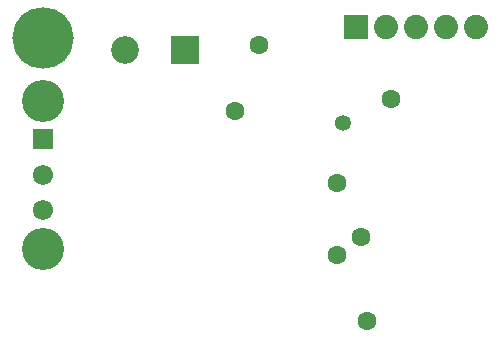
<source format=gbr>
%TF.GenerationSoftware,Altium Limited,Altium Designer,24.0.1 (36)*%
G04 Layer_Color=16711935*
%FSLAX45Y45*%
%MOMM*%
%TF.SameCoordinates,EA0AF7FB-948C-45CD-8237-9CE77542C851*%
%TF.FilePolarity,Negative*%
%TF.FileFunction,Soldermask,Bot*%
%TF.Part,Single*%
G01*
G75*
%TA.AperFunction,ComponentPad*%
%ADD48R,1.71820X1.71820*%
%ADD49C,1.71820*%
%ADD50C,3.56320*%
%ADD51C,2.05320*%
%ADD52R,2.05320X2.05320*%
%ADD53R,2.35320X2.35320*%
%ADD54C,2.35320*%
%ADD55C,5.20320*%
%TA.AperFunction,ViaPad*%
%ADD56C,1.60320*%
%ADD57C,1.35320*%
D48*
X350000Y1796415D02*
D03*
D49*
Y1496415D02*
D03*
Y1196415D02*
D03*
D50*
Y2121415D02*
D03*
Y871415D02*
D03*
D51*
X4016000Y2750000D02*
D03*
X3254000D02*
D03*
X3508000D02*
D03*
X3762000D02*
D03*
D52*
X3000000D02*
D03*
D53*
X1554000Y2550000D02*
D03*
D54*
X1046000D02*
D03*
D55*
X350000Y2650000D02*
D03*
D56*
X3098800Y254000D02*
D03*
X2844800Y812800D02*
D03*
Y1422400D02*
D03*
X2184400Y2590800D02*
D03*
X1981200Y2032000D02*
D03*
X3048000Y965200D02*
D03*
X3302000Y2133600D02*
D03*
D57*
X2895600Y1930400D02*
D03*
%TF.MD5,12300b5f4108e21a616c48331a19ad45*%
M02*

</source>
